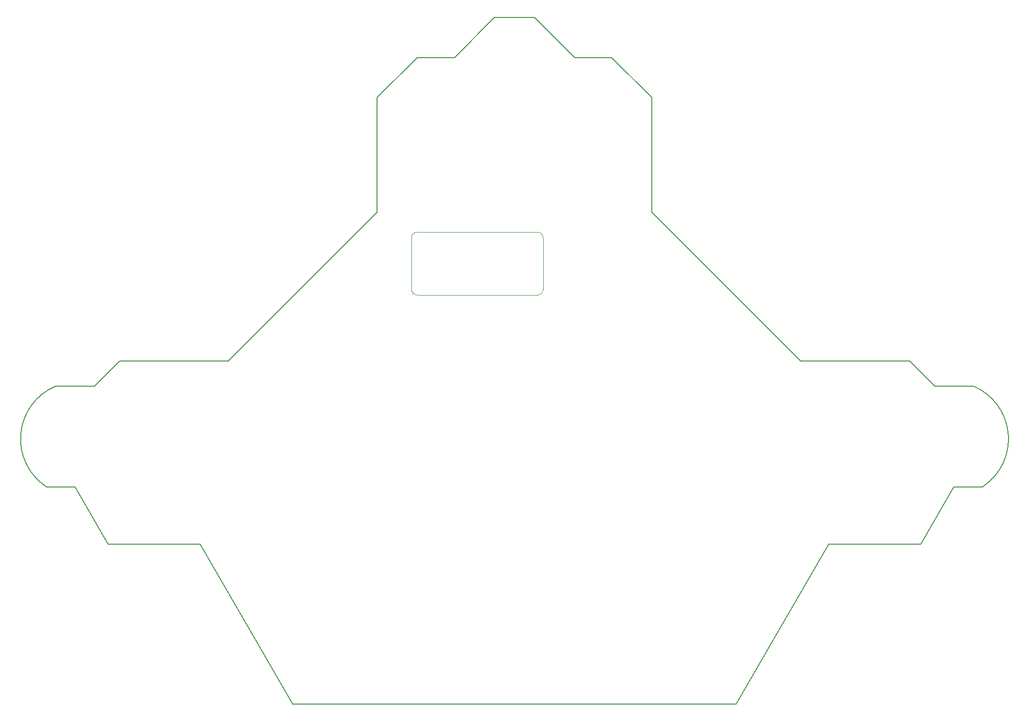
<source format=gbr>
%TF.GenerationSoftware,KiCad,Pcbnew,8.0.7*%
%TF.CreationDate,2025-04-17T21:17:25-04:00*%
%TF.ProjectId,kicker,6b69636b-6572-42e6-9b69-6361645f7063,v4*%
%TF.SameCoordinates,Original*%
%TF.FileFunction,Profile,NP*%
%FSLAX46Y46*%
G04 Gerber Fmt 4.6, Leading zero omitted, Abs format (unit mm)*
G04 Created by KiCad (PCBNEW 8.0.7) date 2025-04-17 21:17:25*
%MOMM*%
%LPD*%
G01*
G04 APERTURE LIST*
%TA.AperFunction,Profile*%
%ADD10C,0.200000*%
%TD*%
%TA.AperFunction,Profile*%
%ADD11C,0.100000*%
%TD*%
G04 APERTURE END LIST*
D10*
X213500000Y-65000000D02*
X220500000Y-72000000D01*
X128215623Y-147000000D02*
G75*
G02*
X129846325Y-129410837I5484737J8361680D01*
G01*
X133226497Y-147000000D02*
X128215623Y-147000000D01*
X281000000Y-157000000D02*
X264881691Y-157000000D01*
X286773503Y-147000000D02*
X281000000Y-157000000D01*
X199500000Y-72000000D02*
X193000000Y-72000000D01*
X234000000Y-99000000D02*
X234000000Y-79000000D01*
X260000000Y-125000000D02*
X279000000Y-125000000D01*
X291784374Y-147000000D02*
X286773503Y-147000000D01*
X290153673Y-129410838D02*
G75*
G02*
X291784374Y-147000000I-3854033J-9227482D01*
G01*
X136589162Y-129410838D02*
X129846325Y-129410838D01*
X213500000Y-65000000D02*
X206500000Y-65000000D01*
X248715883Y-185000000D02*
X171284117Y-185000000D01*
X283410838Y-129410838D02*
X279000000Y-125000000D01*
X227000000Y-72000000D02*
X234000000Y-79000000D01*
X227000000Y-72000000D02*
X220500000Y-72000000D01*
X141000000Y-125000000D02*
X136589162Y-129410838D01*
X155118309Y-157000000D02*
X139000000Y-157000000D01*
X206500000Y-65000000D02*
X199500000Y-72000000D01*
X139000000Y-157000000D02*
X133226497Y-147000000D01*
X248715883Y-185000000D02*
X264881691Y-157000000D01*
X290153673Y-129410838D02*
X283410838Y-129410838D01*
X155118309Y-157000000D02*
X171284117Y-185000000D01*
X186000000Y-79000000D02*
X193000000Y-72000000D01*
X160000000Y-125000000D02*
X186000000Y-99000000D01*
X141000000Y-125000000D02*
X160000000Y-125000000D01*
X234000000Y-99000000D02*
X260000000Y-125000000D01*
X186000000Y-99000000D02*
X186000000Y-79000000D01*
D11*
%TO.C,C29*%
X191999999Y-112500001D02*
X192000000Y-103500000D01*
X193000000Y-102500000D02*
X214000000Y-102500000D01*
X214000001Y-113500001D02*
X192999999Y-113500001D01*
X214999999Y-103499999D02*
X215000000Y-112500000D01*
X192000000Y-103500000D02*
G75*
G02*
X193000000Y-102500000I1000000J0D01*
G01*
X192999999Y-113500001D02*
G75*
G02*
X191999999Y-112500001I3J1000003D01*
G01*
X214000000Y-102500000D02*
G75*
G02*
X215000000Y-103500000I0J-1000000D01*
G01*
X215000001Y-112500001D02*
G75*
G02*
X214000001Y-113500001I-1000003J3D01*
G01*
%TD*%
M02*

</source>
